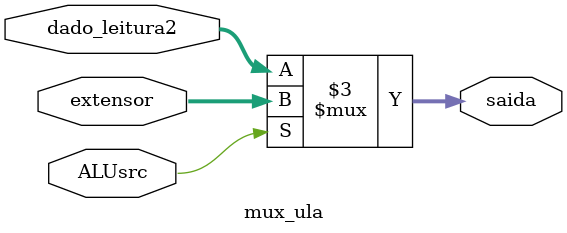
<source format=v>
module mux_ula(ALUsrc, dado_leitura2, extensor, saida);
input [31:0] dado_leitura2, extensor;
input ALUsrc;
output reg [31:0] saida;

always @(ALUsrc)
	begin
		if (ALUsrc)
			begin
				saida = extensor;
			end
		else
			begin
				saida = dado_leitura2;
			end
	end
endmodule

</source>
